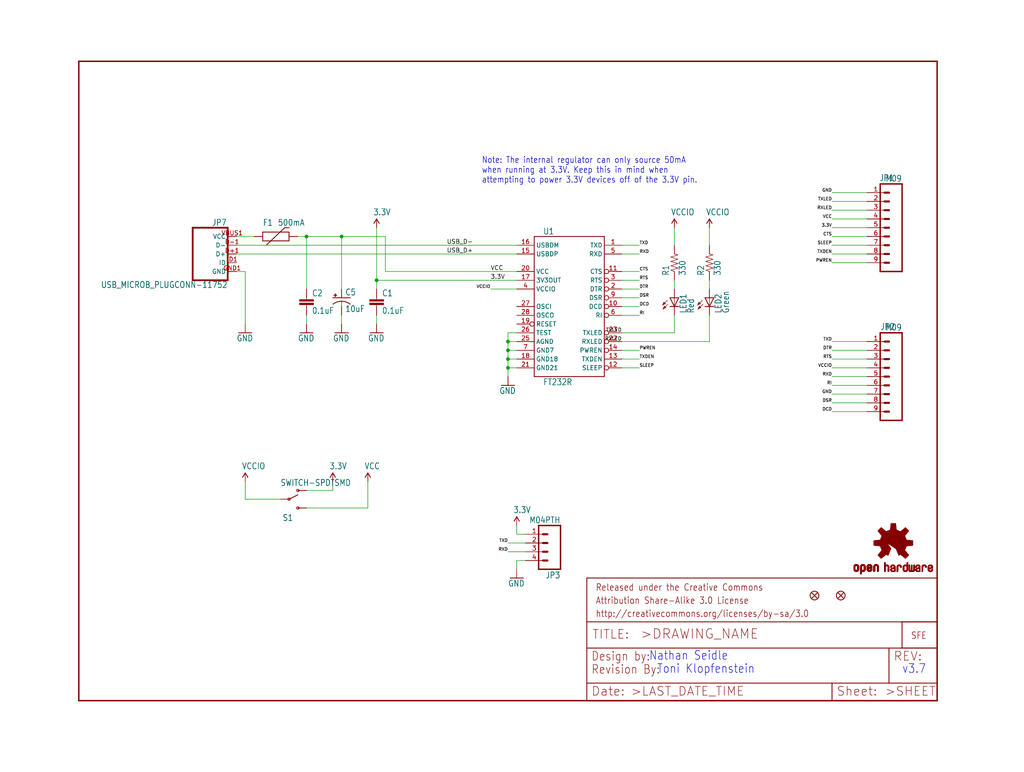
<source format=kicad_sch>
(kicad_sch (version 20211123) (generator eeschema)
  (paper "User" 297.002 223.926)
  (lib_symbols
    (symbol "schematicEagle-eagle-import:0.1UF-25V(+80{slash}-20%)(0603)"
      (property "Reference" "C" (at 1.524 2.921 0))
      (property "Value" "0.1UF-25V(+80{slash}-20%)(0603)" (at 1.524 -2.159 0))
      (symbol "0.1UF-25V(+80{slash}-20%)(0603)_1_0"
        (pin passive line (at 0 5.08 270) (length 2.54) (name "1") (number "1"))
        (pin passive line (at 0 -2.54 90) (length 2.54) (name "2") (number "2"))
      )
    )
    (symbol "schematicEagle-eagle-import:10UF-16V-10%(TANT)"
      (property "Reference" "C" (at 1.016 0.635 0))
      (property "Value" "10UF-16V-10%(TANT)" (at 1.016 -4.191 0))
      (symbol "10UF-16V-10%(TANT)_1_0"
        (pin passive line (at 0 2.54 270) (length 2.54) (name "+") (number "A"))
        (pin passive line (at 0 -5.08 90) (length 2.54) (name "-") (number "C"))
      )
    )
    (symbol "schematicEagle-eagle-import:3.3V" (power)
      (property "Value" "3.3V" (at -1.016 3.556 0))
      (symbol "3.3V_1_0"
        (pin power_in line (at 0 0 90) (length 2.54) (name "3.3V") (number "1"))
      )
    )
    (symbol "schematicEagle-eagle-import:330OHM1{slash}10W1%(0603)"
      (property "Reference" "R" (at -3.81 1.4986 0))
      (property "Value" "330OHM1{slash}10W1%(0603)" (at -3.81 -3.302 0))
      (symbol "330OHM1{slash}10W1%(0603)_1_0"
        (pin passive line (at -5.08 0 0) (length 2.54) (name "1") (number "1"))
        (pin passive line (at 5.08 0 180) (length 2.54) (name "2") (number "2"))
      )
    )
    (symbol "schematicEagle-eagle-import:FIDUCIAL1X2")
    (symbol "schematicEagle-eagle-import:FRAME-LETTER"
      (symbol "FRAME-LETTER_2_0"
        (text ">DRAWING_NAME" (at 15.494 17.78 0) (effects (font (size 2.7432 2.7432)) (justify left bottom)))
        (text ">LAST_DATE_TIME" (at 12.7 1.27 0) (effects (font (size 2.54 2.54)) (justify left bottom)))
        (text ">SHEET" (at 86.36 1.27 0) (effects (font (size 2.54 2.54)) (justify left bottom)))
        (text "Attribution Share-Alike 3.0 License" (at 2.54 27.94 0) (effects (font (size 1.9304 1.6408)) (justify left bottom)))
        (text "Date:" (at 1.27 1.27 0) (effects (font (size 2.54 2.54)) (justify left bottom)))
        (text "Design by:" (at 1.27 11.43 0) (effects (font (size 2.54 2.159)) (justify left bottom)))
        (text "http://creativecommons.org/licenses/by-sa/3.0" (at 2.54 24.13 0) (effects (font (size 1.9304 1.6408)) (justify left bottom)))
        (text "Released under the Creative Commons" (at 2.54 31.75 0) (effects (font (size 1.9304 1.6408)) (justify left bottom)))
        (text "REV:" (at 88.9 11.43 0) (effects (font (size 2.54 2.54)) (justify left bottom)))
        (text "Sheet:" (at 72.39 1.27 0) (effects (font (size 2.54 2.54)) (justify left bottom)))
        (text "TITLE:" (at 1.524 17.78 0) (effects (font (size 2.54 2.54)) (justify left bottom)))
      )
    )
    (symbol "schematicEagle-eagle-import:FT232RLSSOP"
      (property "Reference" "IC" (at -7.62 20.828 0))
      (property "Value" "FT232RLSSOP" (at -7.62 -22.86 0))
      (symbol "FT232RLSSOP_1_0"
        (pin output line (at 15.24 17.78 180) (length 5.08) (name "TXD") (number "1"))
        (pin input inverted (at 15.24 0 180) (length 5.08) (name "DCD") (number "10"))
        (pin input inverted (at 15.24 10.16 180) (length 5.08) (name "CTS") (number "11"))
        (pin input inverted (at 15.24 -17.78 180) (length 5.08) (name "SLEEP") (number "12"))
        (pin input line (at 15.24 -15.24 180) (length 5.08) (name "TXDEN") (number "13"))
        (pin input inverted (at 15.24 -12.7 180) (length 5.08) (name "PWREN") (number "14"))
        (pin bidirectional line (at -15.24 15.24 0) (length 5.08) (name "USBDP") (number "15"))
        (pin bidirectional line (at -15.24 17.78 0) (length 5.08) (name "USBDM") (number "16"))
        (pin output line (at -15.24 7.62 0) (length 5.08) (name "3V3OUT") (number "17"))
        (pin power_in line (at -15.24 -15.24 0) (length 5.08) (name "GND18") (number "18"))
        (pin input inverted (at -15.24 -5.08 0) (length 5.08) (name "RESET") (number "19"))
        (pin output inverted (at 15.24 5.08 180) (length 5.08) (name "DTR") (number "2"))
        (pin power_in line (at -15.24 10.16 0) (length 5.08) (name "VCC") (number "20"))
        (pin power_in line (at -15.24 -17.78 0) (length 5.08) (name "GND21") (number "21"))
        (pin input inverted (at 15.24 -10.16 180) (length 5.08) (name "RXLED") (number "22"))
        (pin input inverted (at 15.24 -7.62 180) (length 5.08) (name "TXLED") (number "23"))
        (pin power_in line (at -15.24 -10.16 0) (length 5.08) (name "AGND") (number "25"))
        (pin input line (at -15.24 -7.62 0) (length 5.08) (name "TEST") (number "26"))
        (pin input line (at -15.24 0 0) (length 5.08) (name "OSCI") (number "27"))
        (pin output line (at -15.24 -2.54 0) (length 5.08) (name "OSCO") (number "28"))
        (pin output inverted (at 15.24 7.62 180) (length 5.08) (name "RTS") (number "3"))
        (pin power_in line (at -15.24 5.08 0) (length 5.08) (name "VCCIO") (number "4"))
        (pin input line (at 15.24 15.24 180) (length 5.08) (name "RXD") (number "5"))
        (pin input inverted (at 15.24 -2.54 180) (length 5.08) (name "RI") (number "6"))
        (pin power_in line (at -15.24 -12.7 0) (length 5.08) (name "GND7") (number "7"))
        (pin input inverted (at 15.24 2.54 180) (length 5.08) (name "DSR") (number "9"))
      )
    )
    (symbol "schematicEagle-eagle-import:GND" (power)
      (property "Value" "GND" (at -2.54 -2.54 0))
      (symbol "GND_1_0"
        (pin power_in line (at 0 2.54 270) (length 2.54) (name "GND") (number "1"))
      )
    )
    (symbol "schematicEagle-eagle-import:LED-GREEN0603"
      (property "Reference" "D" (at 3.556 -4.572 90))
      (property "Value" "LED-GREEN0603" (at 5.715 -4.572 90))
      (symbol "LED-GREEN0603_1_0"
        (pin passive line (at 0 2.54 270) (length 2.54) (name "A") (number "A"))
        (pin passive line (at 0 -5.08 90) (length 2.54) (name "C") (number "C"))
      )
    )
    (symbol "schematicEagle-eagle-import:LED-RED0603"
      (property "Reference" "D" (at 3.556 -4.572 90))
      (property "Value" "LED-RED0603" (at 5.715 -4.572 90))
      (symbol "LED-RED0603_1_0"
        (pin passive line (at 0 2.54 270) (length 2.54) (name "A") (number "A"))
        (pin passive line (at 0 -5.08 90) (length 2.54) (name "C") (number "C"))
      )
    )
    (symbol "schematicEagle-eagle-import:LOGO-SFENEW"
      (symbol "LOGO-SFENEW_1_0"
        (text "SFE" (at 0 0 0) (effects (font (size 1.9304 1.6408)) (justify left bottom)))
      )
    )
    (symbol "schematicEagle-eagle-import:M04PTH"
      (property "Reference" "JP" (at -5.08 8.382 0))
      (property "Value" "M04PTH" (at -5.08 -7.62 0))
      (symbol "M04PTH_1_0"
        (pin passive line (at 5.08 -2.54 180) (length 5.08) (name "1") (number "1"))
        (pin passive line (at 5.08 0 180) (length 5.08) (name "2") (number "2"))
        (pin passive line (at 5.08 2.54 180) (length 5.08) (name "3") (number "3"))
        (pin passive line (at 5.08 5.08 180) (length 5.08) (name "4") (number "4"))
      )
    )
    (symbol "schematicEagle-eagle-import:M09"
      (property "Reference" "JP" (at 0 16.51 0))
      (property "Value" "M09" (at 0 -15.24 0))
      (symbol "M09_1_0"
        (pin passive line (at 10.16 -10.16 180) (length 5.08) (name "1") (number "1"))
        (pin passive line (at 10.16 -7.62 180) (length 5.08) (name "2") (number "2"))
        (pin passive line (at 10.16 -5.08 180) (length 5.08) (name "3") (number "3"))
        (pin passive line (at 10.16 -2.54 180) (length 5.08) (name "4") (number "4"))
        (pin passive line (at 10.16 0 180) (length 5.08) (name "5") (number "5"))
        (pin passive line (at 10.16 2.54 180) (length 5.08) (name "6") (number "6"))
        (pin passive line (at 10.16 5.08 180) (length 5.08) (name "7") (number "7"))
        (pin passive line (at 10.16 7.62 180) (length 5.08) (name "8") (number "8"))
        (pin passive line (at 10.16 10.16 180) (length 5.08) (name "9") (number "9"))
      )
    )
    (symbol "schematicEagle-eagle-import:OSHW-LOGOS")
    (symbol "schematicEagle-eagle-import:PTCSMD"
      (property "Reference" "F" (at -2.54 3.048 0))
      (property "Value" "PTCSMD" (at -3.302 -5.08 0))
      (symbol "PTCSMD_1_0"
        (pin bidirectional line (at -5.08 0 0) (length 2.54) (name "1") (number "1"))
        (pin bidirectional line (at 7.62 0 180) (length 2.54) (name "2") (number "2"))
      )
    )
    (symbol "schematicEagle-eagle-import:REVISION"
      (symbol "REVISION_1_0"
        (text "Revision By: " (at 0 0 0) (effects (font (size 2.54 2.159)) (justify left bottom)))
      )
    )
    (symbol "schematicEagle-eagle-import:SWITCH-SPDTSMD"
      (property "Reference" "S" (at -1.905 -6.35 0))
      (property "Value" "SWITCH-SPDTSMD" (at -2.54 3.81 0))
      (symbol "SWITCH-SPDTSMD_1_0"
        (pin passive line (at 5.08 2.54 180) (length 2.54) (name "O") (number "1"))
        (pin passive line (at -2.54 0 0) (length 2.54) (name "P") (number "2"))
        (pin passive line (at 5.08 -2.54 180) (length 2.54) (name "S") (number "3"))
      )
    )
    (symbol "schematicEagle-eagle-import:USB_MICROB_PLUGCONN-11752"
      (property "Reference" "JP" (at -4.826 8.128 0))
      (property "Value" "USB_MICROB_PLUGCONN-11752" (at -5.08 -9.906 0))
      (symbol "USB_MICROB_PLUGCONN-11752_1_0"
        (pin bidirectional line (at -7.62 0 0) (length 2.54) (name "D+") (number "D+1"))
        (pin bidirectional line (at -7.62 2.54 0) (length 2.54) (name "D-") (number "D-1"))
        (pin bidirectional line (at -7.62 -5.08 0) (length 2.54) (name "GND") (number "GND1"))
        (pin bidirectional line (at -7.62 -2.54 0) (length 2.54) (name "ID") (number "ID1"))
        (pin bidirectional line (at -7.62 5.08 0) (length 2.54) (name "VCC") (number "VBUS1"))
      )
    )
    (symbol "schematicEagle-eagle-import:VCC" (power)
      (property "Value" "VCC" (at -1.016 3.556 0))
      (symbol "VCC_1_0"
        (pin power_in line (at 0 0 90) (length 2.54) (name "VCC") (number "1"))
      )
    )
    (symbol "schematicEagle-eagle-import:VCCIO" (power)
      (property "Value" "VCCIO" (at -1.016 3.556 0))
      (symbol "VCCIO_1_0"
        (pin power_in line (at 0 0 90) (length 2.54) (name "VCCIO") (number "1"))
      )
    )
  )
  (junction (at 99.06 68.58))
  (junction (at 147.32 99.06))
  (junction (at 147.32 106.68))
  (junction (at 88.9 68.58))
  (junction (at 109.22 81.28))
  (junction (at 147.32 104.14))
  (junction (at 147.32 101.6))
  (wire (pts (xy 149.86 104.14) (xy 147.32 104.14)))
  (wire (pts (xy 251.46 106.68) (xy 241.3 106.68)))
  (wire (pts (xy 99.06 68.58) (xy 111.76 68.58)))
  (wire (pts (xy 180.34 88.9) (xy 185.42 88.9)))
  (wire (pts (xy 251.46 111.76) (xy 241.3 111.76)))
  (wire (pts (xy 251.46 99.06) (xy 241.3 99.06)))
  (wire (pts (xy 106.68 147.32) (xy 88.9 147.32)))
  (wire (pts (xy 251.46 71.12) (xy 241.3 71.12)))
  (wire (pts (xy 195.58 81.28) (xy 195.58 83.82)))
  (wire (pts (xy 205.74 99.06) (xy 205.74 91.44)))
  (wire (pts (xy 68.58 78.74) (xy 71.12 78.74)))
  (wire (pts (xy 180.34 86.36) (xy 185.42 86.36)))
  (wire (pts (xy 180.34 106.68) (xy 185.42 106.68)))
  (wire (pts (xy 251.46 73.66) (xy 241.3 73.66)))
  (wire (pts (xy 149.86 81.28) (xy 109.22 81.28)))
  (wire (pts (xy 88.9 83.82) (xy 88.9 68.58)))
  (wire (pts (xy 251.46 63.5) (xy 241.3 63.5)))
  (wire (pts (xy 147.32 99.06) (xy 147.32 101.6)))
  (wire (pts (xy 109.22 81.28) (xy 109.22 83.82)))
  (wire (pts (xy 147.32 99.06) (xy 149.86 99.06)))
  (wire (pts (xy 96.52 142.24) (xy 88.9 142.24)))
  (wire (pts (xy 86.36 68.58) (xy 88.9 68.58)))
  (wire (pts (xy 205.74 81.28) (xy 205.74 83.82)))
  (wire (pts (xy 251.46 76.2) (xy 241.3 76.2)))
  (wire (pts (xy 251.46 60.96) (xy 241.3 60.96)))
  (wire (pts (xy 149.86 73.66) (xy 68.58 73.66)))
  (wire (pts (xy 152.4 154.94) (xy 149.86 154.94)))
  (wire (pts (xy 109.22 91.44) (xy 109.22 93.98)))
  (wire (pts (xy 180.34 73.66) (xy 185.42 73.66)))
  (wire (pts (xy 251.46 114.3) (xy 241.3 114.3)))
  (wire (pts (xy 147.32 109.22) (xy 147.32 106.68)))
  (wire (pts (xy 147.32 96.52) (xy 147.32 99.06)))
  (wire (pts (xy 251.46 68.58) (xy 241.3 68.58)))
  (wire (pts (xy 149.86 71.12) (xy 68.58 71.12)))
  (wire (pts (xy 147.32 104.14) (xy 147.32 101.6)))
  (wire (pts (xy 149.86 106.68) (xy 147.32 106.68)))
  (wire (pts (xy 71.12 78.74) (xy 71.12 93.98)))
  (wire (pts (xy 111.76 78.74) (xy 149.86 78.74)))
  (wire (pts (xy 195.58 66.04) (xy 195.58 71.12)))
  (wire (pts (xy 251.46 109.22) (xy 241.3 109.22)))
  (wire (pts (xy 73.66 68.58) (xy 68.58 68.58)))
  (wire (pts (xy 180.34 91.44) (xy 185.42 91.44)))
  (wire (pts (xy 180.34 78.74) (xy 185.42 78.74)))
  (wire (pts (xy 142.24 83.82) (xy 149.86 83.82)))
  (wire (pts (xy 99.06 83.82) (xy 99.06 68.58)))
  (wire (pts (xy 180.34 96.52) (xy 195.58 96.52)))
  (wire (pts (xy 106.68 139.7) (xy 106.68 147.32)))
  (wire (pts (xy 71.12 139.7) (xy 71.12 144.78)))
  (wire (pts (xy 251.46 66.04) (xy 241.3 66.04)))
  (wire (pts (xy 109.22 66.04) (xy 109.22 81.28)))
  (wire (pts (xy 152.4 160.02) (xy 147.32 160.02)))
  (wire (pts (xy 149.86 96.52) (xy 147.32 96.52)))
  (wire (pts (xy 205.74 71.12) (xy 205.74 66.04)))
  (wire (pts (xy 251.46 119.38) (xy 241.3 119.38)))
  (wire (pts (xy 180.34 104.14) (xy 185.42 104.14)))
  (wire (pts (xy 88.9 91.44) (xy 88.9 93.98)))
  (wire (pts (xy 180.34 81.28) (xy 185.42 81.28)))
  (wire (pts (xy 152.4 157.48) (xy 147.32 157.48)))
  (wire (pts (xy 251.46 104.14) (xy 241.3 104.14)))
  (wire (pts (xy 251.46 58.42) (xy 241.3 58.42)))
  (wire (pts (xy 71.12 144.78) (xy 81.28 144.78)))
  (wire (pts (xy 147.32 106.68) (xy 147.32 104.14)))
  (wire (pts (xy 111.76 68.58) (xy 111.76 78.74)))
  (wire (pts (xy 180.34 83.82) (xy 185.42 83.82)))
  (wire (pts (xy 251.46 116.84) (xy 241.3 116.84)))
  (wire (pts (xy 149.86 154.94) (xy 149.86 152.4)))
  (wire (pts (xy 180.34 71.12) (xy 185.42 71.12)))
  (wire (pts (xy 88.9 68.58) (xy 99.06 68.58)))
  (wire (pts (xy 251.46 55.88) (xy 241.3 55.88)))
  (wire (pts (xy 96.52 139.7) (xy 96.52 142.24)))
  (wire (pts (xy 180.34 99.06) (xy 205.74 99.06)))
  (wire (pts (xy 152.4 162.56) (xy 149.86 162.56)))
  (wire (pts (xy 180.34 101.6) (xy 185.42 101.6)))
  (wire (pts (xy 195.58 96.52) (xy 195.58 91.44)))
  (wire (pts (xy 147.32 101.6) (xy 149.86 101.6)))
  (wire (pts (xy 99.06 93.98) (xy 99.06 91.44)))
  (wire (pts (xy 149.86 162.56) (xy 149.86 165.1)))
  (wire (pts (xy 251.46 101.6) (xy 241.3 101.6)))
  (text "v3.7" (at 261.62 195.58 180) (effects (font (size 2.54 2.159)) (justify left bottom)))
  (text "Nathan Seidle" (at 188.214 191.77 180) (effects (font (size 2.54 2.159)) (justify left bottom)))
  (text "Toni Klopfenstein" (at 190.5 195.58 180) (effects (font (size 2.54 2.159)) (justify left bottom)))
  (text "Note: The internal regulator can only source 50mA\nwhen running at 3.3V. Keep this in mind when\nattempting to power 3.3V devices off of the 3.3V pin." (at 139.7 53.34 0) (effects (font (size 1.778 1.5113)) (justify left bottom)))
  (label "DCD" (at 185.42 88.9 0) (effects (font (size 0.889 0.889))))
  (label "VCCIO" (at 241.3 106.68 180) (effects (font (size 0.889 0.889))))
  (label "DCD" (at 241.3 119.38 180) (effects (font (size 0.889 0.889))))
  (label "TXD" (at 185.42 71.12 0) (effects (font (size 0.889 0.889))))
  (label "DSR" (at 185.42 86.36 0) (effects (font (size 0.889 0.889))))
  (label "DSR" (at 241.3 116.84 180) (effects (font (size 0.889 0.889))))
  (label "3.3V" (at 142.24 81.28 0) (effects (font (size 1.2446 1.2446))))
  (label "CTS" (at 185.42 78.74 0) (effects (font (size 0.889 0.889))))
  (label "VCC" (at 142.24 78.74 0) (effects (font (size 1.2446 1.2446))))
  (label "TXD" (at 241.3 99.06 180) (effects (font (size 0.889 0.889))))
  (label "RXLED" (at 180.34 99.06 180) (effects (font (size 1.016 1.016))))
  (label "RXD" (at 241.3 109.22 180) (effects (font (size 0.889 0.889))))
  (label "DTR" (at 241.3 101.6 180) (effects (font (size 0.889 0.889))))
  (label "GND" (at 241.3 55.88 180) (effects (font (size 0.889 0.889))))
  (label "PWREN" (at 185.42 101.6 0) (effects (font (size 0.889 0.889))))
  (label "SLEEP" (at 185.42 106.68 0) (effects (font (size 0.889 0.889))))
  (label "USB_D-" (at 129.54 71.12 0) (effects (font (size 1.2446 1.2446))))
  (label "TXLED" (at 241.3 58.42 180) (effects (font (size 0.889 0.889))))
  (label "RI" (at 241.3 111.76 180) (effects (font (size 0.889 0.889))))
  (label "PWREN" (at 241.3 76.2 180) (effects (font (size 0.889 0.889))))
  (label "RTS" (at 241.3 104.14 180) (effects (font (size 0.889 0.889))))
  (label "GND" (at 241.3 114.3 180) (effects (font (size 0.889 0.889))))
  (label "TXLED" (at 180.34 96.52 180) (effects (font (size 1.016 1.016))))
  (label "USB_D+" (at 129.54 73.66 0) (effects (font (size 1.2446 1.2446))))
  (label "RXD" (at 185.42 73.66 0) (effects (font (size 0.889 0.889))))
  (label "DTR" (at 185.42 83.82 0) (effects (font (size 0.889 0.889))))
  (label "RXD" (at 147.32 160.02 180) (effects (font (size 0.889 0.889))))
  (label "CTS" (at 241.3 68.58 180) (effects (font (size 0.889 0.889))))
  (label "RI" (at 185.42 91.44 0) (effects (font (size 0.889 0.889))))
  (label "TXDEN" (at 241.3 73.66 180) (effects (font (size 0.889 0.889))))
  (label "TXDEN" (at 185.42 104.14 0) (effects (font (size 0.889 0.889))))
  (label "RXLED" (at 241.3 60.96 180) (effects (font (size 0.889 0.889))))
  (label "SLEEP" (at 241.3 71.12 180) (effects (font (size 0.889 0.889))))
  (label "TXD" (at 147.32 157.48 180) (effects (font (size 0.889 0.889))))
  (label "VCC" (at 241.3 63.5 180) (effects (font (size 0.889 0.889))))
  (label "3.3V" (at 241.3 66.04 180) (effects (font (size 0.889 0.889))))
  (label "RTS" (at 185.42 81.28 0) (effects (font (size 0.889 0.889))))
  (label "VCCIO" (at 142.24 83.82 180) (effects (font (size 0.889 0.889))))
  (symbol (lib_id "schematicEagle-eagle-import:M09") (at 261.62 66.04 180) (unit 1)
    (property "Reference" "JP1" (at 255.016 52.578 0) (effects (font (size 1.778 1.5113)) (justify right top)))
    (property "Value" "M09" (at 261.62 50.8 0) (effects (font (size 1.778 1.5113)) (justify left bottom)))
    (property "Footprint" "schematicEagle:1X09" (effects hide))
  )
  (symbol (lib_id "schematicEagle-eagle-import:PTCSMD") (at 78.74 68.58 0) (unit 1)
    (property "Reference" "F1" (at 76.2 65.532 0) (effects (font (size 1.778 1.5113)) (justify left bottom)))
    (property "Value" "500mA" (at 80.518 65.532 0) (effects (font (size 1.778 1.5113)) (justify left bottom)))
    (property "Footprint" "schematicEagle:PTC-1206" (effects hide))
  )
  (symbol (lib_id "schematicEagle-eagle-import:FT232RLSSOP") (at 165.1 88.9 0) (unit 1)
    (property "Reference" "U1" (at 157.48 68.072 0) (effects (font (size 1.778 1.5113)) (justify left bottom)))
    (property "Value" "FT232R" (at 157.48 111.76 0) (effects (font (size 1.778 1.5113)) (justify left bottom)))
    (property "Footprint" "schematicEagle:SSOP28DB" (effects hide))
  )
  (symbol (lib_id "schematicEagle-eagle-import:FRAME-LETTER") (at 170.18 203.2 0) (unit 2)
    (property "Reference" "FRAME1" (effects hide))
    (property "Value" "FRAME-LETTER" (effects hide))
    (property "Footprint" "schematicEagle:CREATIVE_COMMONS" (effects hide))
  )
  (symbol (lib_id "schematicEagle-eagle-import:M09") (at 261.62 109.22 180) (unit 1)
    (property "Reference" "JP2" (at 255.27 95.758 0) (effects (font (size 1.778 1.5113)) (justify right top)))
    (property "Value" "M09" (at 261.62 93.98 0) (effects (font (size 1.778 1.5113)) (justify left bottom)))
    (property "Footprint" "schematicEagle:1X09" (effects hide))
  )
  (symbol (lib_id "schematicEagle-eagle-import:SWITCH-SPDTSMD") (at 83.82 144.78 0) (unit 1)
    (property "Reference" "S1" (at 81.915 151.13 0) (effects (font (size 1.778 1.5113)) (justify left bottom)))
    (property "Value" "SWITCH-SPDTSMD" (at 81.28 140.97 0) (effects (font (size 1.778 1.5113)) (justify left bottom)))
    (property "Footprint" "schematicEagle:AYZ0202" (effects hide))
  )
  (symbol (lib_id "schematicEagle-eagle-import:GND") (at 149.86 167.64 0) (unit 1)
    (property "Reference" "#GND6" (effects hide))
    (property "Value" "GND" (at 147.32 170.18 0) (effects (font (size 1.778 1.5113)) (justify left bottom)))
    (property "Footprint" "schematicEagle:" (effects hide))
  )
  (symbol (lib_id "schematicEagle-eagle-import:FIDUCIAL1X2") (at 243.84 172.72 0) (unit 1)
    (property "Reference" "JP6" (effects hide))
    (property "Value" "FIDUCIAL1X2" (effects hide))
    (property "Footprint" "schematicEagle:FIDUCIAL-1X2" (effects hide))
  )
  (symbol (lib_id "schematicEagle-eagle-import:3.3V") (at 149.86 152.4 0) (unit 1)
    (property "Reference" "#P+2" (effects hide))
    (property "Value" "3.3V" (at 148.844 148.844 0) (effects (font (size 1.778 1.5113)) (justify left bottom)))
    (property "Footprint" "schematicEagle:" (effects hide))
  )
  (symbol (lib_id "schematicEagle-eagle-import:LED-RED0603") (at 195.58 86.36 0) (unit 1)
    (property "Reference" "LED1" (at 199.136 90.932 90) (effects (font (size 1.778 1.5113)) (justify left bottom)))
    (property "Value" "Red" (at 201.295 90.932 90) (effects (font (size 1.778 1.5113)) (justify left bottom)))
    (property "Footprint" "schematicEagle:LED-0603" (effects hide))
  )
  (symbol (lib_id "schematicEagle-eagle-import:USB_MICROB_PLUGCONN-11752") (at 60.96 73.66 0) (mirror y) (unit 1)
    (property "Reference" "JP7" (at 65.786 65.532 0) (effects (font (size 1.778 1.5113)) (justify left bottom)))
    (property "Value" "USB_MICROB_PLUGCONN-11752" (at 66.04 83.566 0) (effects (font (size 1.778 1.5113)) (justify left bottom)))
    (property "Footprint" "schematicEagle:USB-B-MICRO-SMD_V03" (effects hide))
  )
  (symbol (lib_id "schematicEagle-eagle-import:330OHM1{slash}10W1%(0603)") (at 195.58 76.2 90) (unit 1)
    (property "Reference" "R1" (at 194.0814 80.01 0) (effects (font (size 1.778 1.5113)) (justify left bottom)))
    (property "Value" "330" (at 198.882 80.01 0) (effects (font (size 1.778 1.5113)) (justify left bottom)))
    (property "Footprint" "schematicEagle:0603-RES" (effects hide))
  )
  (symbol (lib_id "schematicEagle-eagle-import:0.1UF-25V(+80{slash}-20%)(0603)") (at 109.22 88.9 0) (unit 1)
    (property "Reference" "C1" (at 110.744 85.979 0) (effects (font (size 1.778 1.5113)) (justify left bottom)))
    (property "Value" "0.1uF" (at 110.744 91.059 0) (effects (font (size 1.778 1.5113)) (justify left bottom)))
    (property "Footprint" "schematicEagle:0603-CAP" (effects hide))
  )
  (symbol (lib_id "schematicEagle-eagle-import:3.3V") (at 96.52 139.7 0) (unit 1)
    (property "Reference" "#SUPPLY5" (effects hide))
    (property "Value" "3.3V" (at 95.504 136.144 0) (effects (font (size 1.778 1.5113)) (justify left bottom)))
    (property "Footprint" "schematicEagle:" (effects hide))
  )
  (symbol (lib_id "schematicEagle-eagle-import:GND") (at 99.06 96.52 0) (unit 1)
    (property "Reference" "#GND8" (effects hide))
    (property "Value" "GND" (at 96.52 99.06 0) (effects (font (size 1.778 1.5113)) (justify left bottom)))
    (property "Footprint" "schematicEagle:" (effects hide))
  )
  (symbol (lib_id "schematicEagle-eagle-import:VCCIO") (at 71.12 139.7 0) (unit 1)
    (property "Reference" "#SUPPLY3" (effects hide))
    (property "Value" "VCCIO" (at 70.104 136.144 0) (effects (font (size 1.778 1.5113)) (justify left bottom)))
    (property "Footprint" "schematicEagle:" (effects hide))
  )
  (symbol (lib_id "schematicEagle-eagle-import:0.1UF-25V(+80{slash}-20%)(0603)") (at 88.9 88.9 0) (unit 1)
    (property "Reference" "C2" (at 90.424 85.979 0) (effects (font (size 1.778 1.5113)) (justify left bottom)))
    (property "Value" "0.1uF" (at 90.424 91.059 0) (effects (font (size 1.778 1.5113)) (justify left bottom)))
    (property "Footprint" "schematicEagle:0603-CAP" (effects hide))
  )
  (symbol (lib_id "schematicEagle-eagle-import:M04PTH") (at 157.48 157.48 180) (unit 1)
    (property "Reference" "JP3" (at 162.56 165.862 0) (effects (font (size 1.778 1.5113)) (justify left bottom)))
    (property "Value" "M04PTH" (at 162.56 149.86 0) (effects (font (size 1.778 1.5113)) (justify left bottom)))
    (property "Footprint" "schematicEagle:1X04" (effects hide))
  )
  (symbol (lib_id "schematicEagle-eagle-import:GND") (at 88.9 96.52 0) (unit 1)
    (property "Reference" "#GND7" (effects hide))
    (property "Value" "GND" (at 86.36 99.06 0) (effects (font (size 1.778 1.5113)) (justify left bottom)))
    (property "Footprint" "schematicEagle:" (effects hide))
  )
  (symbol (lib_id "schematicEagle-eagle-import:REVISION") (at 171.45 195.58 0) (unit 1)
    (property "Reference" "U$1" (effects hide))
    (property "Value" "REVISION" (effects hide))
    (property "Footprint" "schematicEagle:REVISION" (effects hide))
  )
  (symbol (lib_id "schematicEagle-eagle-import:LOGO-SFENEW") (at 264.16 185.42 0) (unit 1)
    (property "Reference" "U$2" (effects hide))
    (property "Value" "LOGO-SFENEW" (effects hide))
    (property "Footprint" "schematicEagle:SFE-NEW-WEBLOGO" (effects hide))
  )
  (symbol (lib_id "schematicEagle-eagle-import:GND") (at 147.32 111.76 0) (unit 1)
    (property "Reference" "#GND2" (effects hide))
    (property "Value" "GND" (at 144.78 114.3 0) (effects (font (size 1.778 1.5113)) (justify left bottom)))
    (property "Footprint" "schematicEagle:" (effects hide))
  )
  (symbol (lib_id "schematicEagle-eagle-import:LED-GREEN0603") (at 205.74 86.36 0) (unit 1)
    (property "Reference" "LED2" (at 209.296 90.932 90) (effects (font (size 1.778 1.5113)) (justify left bottom)))
    (property "Value" "Green" (at 211.455 90.932 90) (effects (font (size 1.778 1.5113)) (justify left bottom)))
    (property "Footprint" "schematicEagle:LED-0603" (effects hide))
  )
  (symbol (lib_id "schematicEagle-eagle-import:330OHM1{slash}10W1%(0603)") (at 205.74 76.2 90) (unit 1)
    (property "Reference" "R2" (at 204.2414 80.01 0) (effects (font (size 1.778 1.5113)) (justify left bottom)))
    (property "Value" "330" (at 209.042 80.01 0) (effects (font (size 1.778 1.5113)) (justify left bottom)))
    (property "Footprint" "schematicEagle:0603-RES" (effects hide))
  )
  (symbol (lib_id "schematicEagle-eagle-import:10UF-16V-10%(TANT)") (at 99.06 86.36 0) (unit 1)
    (property "Reference" "C5" (at 100.076 85.725 0) (effects (font (size 1.778 1.5113)) (justify left bottom)))
    (property "Value" "10uF" (at 100.076 90.551 0) (effects (font (size 1.778 1.5113)) (justify left bottom)))
    (property "Footprint" "schematicEagle:EIA3216" (effects hide))
  )
  (symbol (lib_id "schematicEagle-eagle-import:3.3V") (at 109.22 66.04 0) (unit 1)
    (property "Reference" "#P+1" (effects hide))
    (property "Value" "3.3V" (at 108.204 62.484 0) (effects (font (size 1.778 1.5113)) (justify left bottom)))
    (property "Footprint" "schematicEagle:" (effects hide))
  )
  (symbol (lib_id "schematicEagle-eagle-import:FIDUCIAL1X2") (at 236.22 172.72 0) (unit 1)
    (property "Reference" "JP5" (effects hide))
    (property "Value" "FIDUCIAL1X2" (effects hide))
    (property "Footprint" "schematicEagle:FIDUCIAL-1X2" (effects hide))
  )
  (symbol (lib_id "schematicEagle-eagle-import:GND") (at 109.22 96.52 0) (unit 1)
    (property "Reference" "#GND1" (effects hide))
    (property "Value" "GND" (at 106.68 99.06 0) (effects (font (size 1.778 1.5113)) (justify left bottom)))
    (property "Footprint" "schematicEagle:" (effects hide))
  )
  (symbol (lib_id "schematicEagle-eagle-import:VCCIO") (at 195.58 66.04 0) (unit 1)
    (property "Reference" "#SUPPLY1" (effects hide))
    (property "Value" "VCCIO" (at 194.564 62.484 0) (effects (font (size 1.778 1.5113)) (justify left bottom)))
    (property "Footprint" "schematicEagle:" (effects hide))
  )
  (symbol (lib_id "schematicEagle-eagle-import:VCC") (at 106.68 139.7 0) (unit 1)
    (property "Reference" "#SUPPLY4" (effects hide))
    (property "Value" "VCC" (at 105.664 136.144 0) (effects (font (size 1.778 1.5113)) (justify left bottom)))
    (property "Footprint" "schematicEagle:" (effects hide))
  )
  (symbol (lib_id "schematicEagle-eagle-import:VCCIO") (at 205.74 66.04 0) (unit 1)
    (property "Reference" "#SUPPLY2" (effects hide))
    (property "Value" "VCCIO" (at 204.724 62.484 0) (effects (font (size 1.778 1.5113)) (justify left bottom)))
    (property "Footprint" "schematicEagle:" (effects hide))
  )
  (symbol (lib_id "schematicEagle-eagle-import:GND") (at 71.12 96.52 0) (unit 1)
    (property "Reference" "#GND5" (effects hide))
    (property "Value" "GND" (at 68.58 99.06 0) (effects (font (size 1.778 1.5113)) (justify left bottom)))
    (property "Footprint" "schematicEagle:" (effects hide))
  )
  (symbol (lib_id "schematicEagle-eagle-import:FRAME-LETTER") (at 22.86 203.2 0) (unit 1)
    (property "Reference" "FRAME1" (effects hide))
    (property "Value" "FRAME-LETTER" (effects hide))
    (property "Footprint" "schematicEagle:CREATIVE_COMMONS" (effects hide))
  )
  (symbol (lib_id "schematicEagle-eagle-import:OSHW-LOGOS") (at 259.08 157.48 0) (unit 1)
    (property "Reference" "LOGO1" (effects hide))
    (property "Value" "OSHW-LOGOS" (effects hide))
    (property "Footprint" "schematicEagle:OSHW-LOGO-S" (effects hide))
  )
)
</source>
